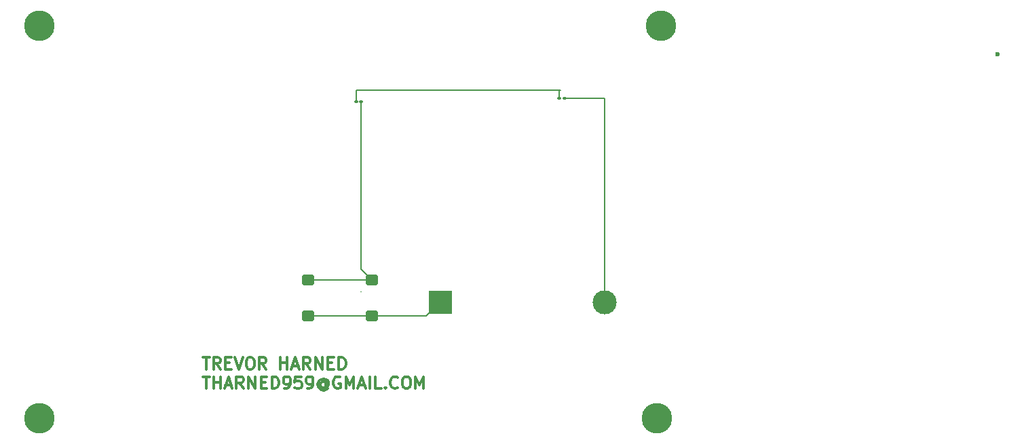
<source format=gbr>
%TF.GenerationSoftware,KiCad,Pcbnew,9.0.6*%
%TF.CreationDate,2025-12-01T19:55:50-08:00*%
%TF.ProjectId,3.4,332e342e-6b69-4636-9164-5f7063625858,rev?*%
%TF.SameCoordinates,Original*%
%TF.FileFunction,Copper,L1,Top*%
%TF.FilePolarity,Positive*%
%FSLAX46Y46*%
G04 Gerber Fmt 4.6, Leading zero omitted, Abs format (unit mm)*
G04 Created by KiCad (PCBNEW 9.0.6) date 2025-12-01 19:55:50*
%MOMM*%
%LPD*%
G01*
G04 APERTURE LIST*
G04 Aperture macros list*
%AMRoundRect*
0 Rectangle with rounded corners*
0 $1 Rounding radius*
0 $2 $3 $4 $5 $6 $7 $8 $9 X,Y pos of 4 corners*
0 Add a 4 corners polygon primitive as box body*
4,1,4,$2,$3,$4,$5,$6,$7,$8,$9,$2,$3,0*
0 Add four circle primitives for the rounded corners*
1,1,$1+$1,$2,$3*
1,1,$1+$1,$4,$5*
1,1,$1+$1,$6,$7*
1,1,$1+$1,$8,$9*
0 Add four rect primitives between the rounded corners*
20,1,$1+$1,$2,$3,$4,$5,0*
20,1,$1+$1,$4,$5,$6,$7,0*
20,1,$1+$1,$6,$7,$8,$9,0*
20,1,$1+$1,$8,$9,$2,$3,0*%
G04 Aperture macros list end*
%TA.AperFunction,NonConductor*%
%ADD10C,0.200000*%
%TD*%
%ADD11C,0.300000*%
%TA.AperFunction,NonConductor*%
%ADD12C,0.300000*%
%TD*%
%TA.AperFunction,SMDPad,CuDef*%
%ADD13RoundRect,0.250000X-0.525000X-0.400000X0.525000X-0.400000X0.525000X0.400000X-0.525000X0.400000X0*%
%TD*%
%TA.AperFunction,ComponentPad*%
%ADD14R,3.000000X3.000000*%
%TD*%
%TA.AperFunction,ComponentPad*%
%ADD15C,3.000000*%
%TD*%
%TA.AperFunction,ComponentPad*%
%ADD16C,3.800000*%
%TD*%
%TA.AperFunction,SMDPad,CuDef*%
%ADD17RoundRect,0.100000X-0.130000X-0.100000X0.130000X-0.100000X0.130000X0.100000X-0.130000X0.100000X0*%
%TD*%
%TA.AperFunction,ViaPad*%
%ADD18C,0.600000*%
%TD*%
%TA.AperFunction,Conductor*%
%ADD19C,0.200000*%
%TD*%
G04 APERTURE END LIST*
D10*
X101500000Y-62500000D02*
G75*
G02*
X99500000Y-62500000I-1000000J0D01*
G01*
X99500000Y-62500000D02*
G75*
G02*
X101500000Y-62500000I1000000J0D01*
G01*
X24000000Y-62500000D02*
G75*
G02*
X22000000Y-62500000I-1000000J0D01*
G01*
X22000000Y-62500000D02*
G75*
G02*
X24000000Y-62500000I1000000J0D01*
G01*
X24000000Y-111500000D02*
G75*
G02*
X22000000Y-111500000I-1000000J0D01*
G01*
X22000000Y-111500000D02*
G75*
G02*
X24000000Y-111500000I1000000J0D01*
G01*
X101000000Y-111500000D02*
G75*
G02*
X99000000Y-111500000I-1000000J0D01*
G01*
X99000000Y-111500000D02*
G75*
G02*
X101000000Y-111500000I1000000J0D01*
G01*
D11*
D12*
X43340225Y-103885912D02*
X44197368Y-103885912D01*
X43768796Y-105385912D02*
X43768796Y-103885912D01*
X45554510Y-105385912D02*
X45054510Y-104671626D01*
X44697367Y-105385912D02*
X44697367Y-103885912D01*
X44697367Y-103885912D02*
X45268796Y-103885912D01*
X45268796Y-103885912D02*
X45411653Y-103957341D01*
X45411653Y-103957341D02*
X45483082Y-104028769D01*
X45483082Y-104028769D02*
X45554510Y-104171626D01*
X45554510Y-104171626D02*
X45554510Y-104385912D01*
X45554510Y-104385912D02*
X45483082Y-104528769D01*
X45483082Y-104528769D02*
X45411653Y-104600198D01*
X45411653Y-104600198D02*
X45268796Y-104671626D01*
X45268796Y-104671626D02*
X44697367Y-104671626D01*
X46197367Y-104600198D02*
X46697367Y-104600198D01*
X46911653Y-105385912D02*
X46197367Y-105385912D01*
X46197367Y-105385912D02*
X46197367Y-103885912D01*
X46197367Y-103885912D02*
X46911653Y-103885912D01*
X47340225Y-103885912D02*
X47840225Y-105385912D01*
X47840225Y-105385912D02*
X48340225Y-103885912D01*
X49125939Y-103885912D02*
X49411653Y-103885912D01*
X49411653Y-103885912D02*
X49554510Y-103957341D01*
X49554510Y-103957341D02*
X49697367Y-104100198D01*
X49697367Y-104100198D02*
X49768796Y-104385912D01*
X49768796Y-104385912D02*
X49768796Y-104885912D01*
X49768796Y-104885912D02*
X49697367Y-105171626D01*
X49697367Y-105171626D02*
X49554510Y-105314484D01*
X49554510Y-105314484D02*
X49411653Y-105385912D01*
X49411653Y-105385912D02*
X49125939Y-105385912D01*
X49125939Y-105385912D02*
X48983082Y-105314484D01*
X48983082Y-105314484D02*
X48840224Y-105171626D01*
X48840224Y-105171626D02*
X48768796Y-104885912D01*
X48768796Y-104885912D02*
X48768796Y-104385912D01*
X48768796Y-104385912D02*
X48840224Y-104100198D01*
X48840224Y-104100198D02*
X48983082Y-103957341D01*
X48983082Y-103957341D02*
X49125939Y-103885912D01*
X51268796Y-105385912D02*
X50768796Y-104671626D01*
X50411653Y-105385912D02*
X50411653Y-103885912D01*
X50411653Y-103885912D02*
X50983082Y-103885912D01*
X50983082Y-103885912D02*
X51125939Y-103957341D01*
X51125939Y-103957341D02*
X51197368Y-104028769D01*
X51197368Y-104028769D02*
X51268796Y-104171626D01*
X51268796Y-104171626D02*
X51268796Y-104385912D01*
X51268796Y-104385912D02*
X51197368Y-104528769D01*
X51197368Y-104528769D02*
X51125939Y-104600198D01*
X51125939Y-104600198D02*
X50983082Y-104671626D01*
X50983082Y-104671626D02*
X50411653Y-104671626D01*
X53054510Y-105385912D02*
X53054510Y-103885912D01*
X53054510Y-104600198D02*
X53911653Y-104600198D01*
X53911653Y-105385912D02*
X53911653Y-103885912D01*
X54554511Y-104957341D02*
X55268797Y-104957341D01*
X54411654Y-105385912D02*
X54911654Y-103885912D01*
X54911654Y-103885912D02*
X55411654Y-105385912D01*
X56768796Y-105385912D02*
X56268796Y-104671626D01*
X55911653Y-105385912D02*
X55911653Y-103885912D01*
X55911653Y-103885912D02*
X56483082Y-103885912D01*
X56483082Y-103885912D02*
X56625939Y-103957341D01*
X56625939Y-103957341D02*
X56697368Y-104028769D01*
X56697368Y-104028769D02*
X56768796Y-104171626D01*
X56768796Y-104171626D02*
X56768796Y-104385912D01*
X56768796Y-104385912D02*
X56697368Y-104528769D01*
X56697368Y-104528769D02*
X56625939Y-104600198D01*
X56625939Y-104600198D02*
X56483082Y-104671626D01*
X56483082Y-104671626D02*
X55911653Y-104671626D01*
X57411653Y-105385912D02*
X57411653Y-103885912D01*
X57411653Y-103885912D02*
X58268796Y-105385912D01*
X58268796Y-105385912D02*
X58268796Y-103885912D01*
X58983082Y-104600198D02*
X59483082Y-104600198D01*
X59697368Y-105385912D02*
X58983082Y-105385912D01*
X58983082Y-105385912D02*
X58983082Y-103885912D01*
X58983082Y-103885912D02*
X59697368Y-103885912D01*
X60340225Y-105385912D02*
X60340225Y-103885912D01*
X60340225Y-103885912D02*
X60697368Y-103885912D01*
X60697368Y-103885912D02*
X60911654Y-103957341D01*
X60911654Y-103957341D02*
X61054511Y-104100198D01*
X61054511Y-104100198D02*
X61125940Y-104243055D01*
X61125940Y-104243055D02*
X61197368Y-104528769D01*
X61197368Y-104528769D02*
X61197368Y-104743055D01*
X61197368Y-104743055D02*
X61125940Y-105028769D01*
X61125940Y-105028769D02*
X61054511Y-105171626D01*
X61054511Y-105171626D02*
X60911654Y-105314484D01*
X60911654Y-105314484D02*
X60697368Y-105385912D01*
X60697368Y-105385912D02*
X60340225Y-105385912D01*
X43340225Y-106300828D02*
X44197368Y-106300828D01*
X43768796Y-107800828D02*
X43768796Y-106300828D01*
X44697367Y-107800828D02*
X44697367Y-106300828D01*
X44697367Y-107015114D02*
X45554510Y-107015114D01*
X45554510Y-107800828D02*
X45554510Y-106300828D01*
X46197368Y-107372257D02*
X46911654Y-107372257D01*
X46054511Y-107800828D02*
X46554511Y-106300828D01*
X46554511Y-106300828D02*
X47054511Y-107800828D01*
X48411653Y-107800828D02*
X47911653Y-107086542D01*
X47554510Y-107800828D02*
X47554510Y-106300828D01*
X47554510Y-106300828D02*
X48125939Y-106300828D01*
X48125939Y-106300828D02*
X48268796Y-106372257D01*
X48268796Y-106372257D02*
X48340225Y-106443685D01*
X48340225Y-106443685D02*
X48411653Y-106586542D01*
X48411653Y-106586542D02*
X48411653Y-106800828D01*
X48411653Y-106800828D02*
X48340225Y-106943685D01*
X48340225Y-106943685D02*
X48268796Y-107015114D01*
X48268796Y-107015114D02*
X48125939Y-107086542D01*
X48125939Y-107086542D02*
X47554510Y-107086542D01*
X49054510Y-107800828D02*
X49054510Y-106300828D01*
X49054510Y-106300828D02*
X49911653Y-107800828D01*
X49911653Y-107800828D02*
X49911653Y-106300828D01*
X50625939Y-107015114D02*
X51125939Y-107015114D01*
X51340225Y-107800828D02*
X50625939Y-107800828D01*
X50625939Y-107800828D02*
X50625939Y-106300828D01*
X50625939Y-106300828D02*
X51340225Y-106300828D01*
X51983082Y-107800828D02*
X51983082Y-106300828D01*
X51983082Y-106300828D02*
X52340225Y-106300828D01*
X52340225Y-106300828D02*
X52554511Y-106372257D01*
X52554511Y-106372257D02*
X52697368Y-106515114D01*
X52697368Y-106515114D02*
X52768797Y-106657971D01*
X52768797Y-106657971D02*
X52840225Y-106943685D01*
X52840225Y-106943685D02*
X52840225Y-107157971D01*
X52840225Y-107157971D02*
X52768797Y-107443685D01*
X52768797Y-107443685D02*
X52697368Y-107586542D01*
X52697368Y-107586542D02*
X52554511Y-107729400D01*
X52554511Y-107729400D02*
X52340225Y-107800828D01*
X52340225Y-107800828D02*
X51983082Y-107800828D01*
X53554511Y-107800828D02*
X53840225Y-107800828D01*
X53840225Y-107800828D02*
X53983082Y-107729400D01*
X53983082Y-107729400D02*
X54054511Y-107657971D01*
X54054511Y-107657971D02*
X54197368Y-107443685D01*
X54197368Y-107443685D02*
X54268797Y-107157971D01*
X54268797Y-107157971D02*
X54268797Y-106586542D01*
X54268797Y-106586542D02*
X54197368Y-106443685D01*
X54197368Y-106443685D02*
X54125940Y-106372257D01*
X54125940Y-106372257D02*
X53983082Y-106300828D01*
X53983082Y-106300828D02*
X53697368Y-106300828D01*
X53697368Y-106300828D02*
X53554511Y-106372257D01*
X53554511Y-106372257D02*
X53483082Y-106443685D01*
X53483082Y-106443685D02*
X53411654Y-106586542D01*
X53411654Y-106586542D02*
X53411654Y-106943685D01*
X53411654Y-106943685D02*
X53483082Y-107086542D01*
X53483082Y-107086542D02*
X53554511Y-107157971D01*
X53554511Y-107157971D02*
X53697368Y-107229400D01*
X53697368Y-107229400D02*
X53983082Y-107229400D01*
X53983082Y-107229400D02*
X54125940Y-107157971D01*
X54125940Y-107157971D02*
X54197368Y-107086542D01*
X54197368Y-107086542D02*
X54268797Y-106943685D01*
X55625939Y-106300828D02*
X54911653Y-106300828D01*
X54911653Y-106300828D02*
X54840225Y-107015114D01*
X54840225Y-107015114D02*
X54911653Y-106943685D01*
X54911653Y-106943685D02*
X55054511Y-106872257D01*
X55054511Y-106872257D02*
X55411653Y-106872257D01*
X55411653Y-106872257D02*
X55554511Y-106943685D01*
X55554511Y-106943685D02*
X55625939Y-107015114D01*
X55625939Y-107015114D02*
X55697368Y-107157971D01*
X55697368Y-107157971D02*
X55697368Y-107515114D01*
X55697368Y-107515114D02*
X55625939Y-107657971D01*
X55625939Y-107657971D02*
X55554511Y-107729400D01*
X55554511Y-107729400D02*
X55411653Y-107800828D01*
X55411653Y-107800828D02*
X55054511Y-107800828D01*
X55054511Y-107800828D02*
X54911653Y-107729400D01*
X54911653Y-107729400D02*
X54840225Y-107657971D01*
X56411653Y-107800828D02*
X56697367Y-107800828D01*
X56697367Y-107800828D02*
X56840224Y-107729400D01*
X56840224Y-107729400D02*
X56911653Y-107657971D01*
X56911653Y-107657971D02*
X57054510Y-107443685D01*
X57054510Y-107443685D02*
X57125939Y-107157971D01*
X57125939Y-107157971D02*
X57125939Y-106586542D01*
X57125939Y-106586542D02*
X57054510Y-106443685D01*
X57054510Y-106443685D02*
X56983082Y-106372257D01*
X56983082Y-106372257D02*
X56840224Y-106300828D01*
X56840224Y-106300828D02*
X56554510Y-106300828D01*
X56554510Y-106300828D02*
X56411653Y-106372257D01*
X56411653Y-106372257D02*
X56340224Y-106443685D01*
X56340224Y-106443685D02*
X56268796Y-106586542D01*
X56268796Y-106586542D02*
X56268796Y-106943685D01*
X56268796Y-106943685D02*
X56340224Y-107086542D01*
X56340224Y-107086542D02*
X56411653Y-107157971D01*
X56411653Y-107157971D02*
X56554510Y-107229400D01*
X56554510Y-107229400D02*
X56840224Y-107229400D01*
X56840224Y-107229400D02*
X56983082Y-107157971D01*
X56983082Y-107157971D02*
X57054510Y-107086542D01*
X57054510Y-107086542D02*
X57125939Y-106943685D01*
X58697367Y-107086542D02*
X58625938Y-107015114D01*
X58625938Y-107015114D02*
X58483081Y-106943685D01*
X58483081Y-106943685D02*
X58340224Y-106943685D01*
X58340224Y-106943685D02*
X58197367Y-107015114D01*
X58197367Y-107015114D02*
X58125938Y-107086542D01*
X58125938Y-107086542D02*
X58054510Y-107229400D01*
X58054510Y-107229400D02*
X58054510Y-107372257D01*
X58054510Y-107372257D02*
X58125938Y-107515114D01*
X58125938Y-107515114D02*
X58197367Y-107586542D01*
X58197367Y-107586542D02*
X58340224Y-107657971D01*
X58340224Y-107657971D02*
X58483081Y-107657971D01*
X58483081Y-107657971D02*
X58625938Y-107586542D01*
X58625938Y-107586542D02*
X58697367Y-107515114D01*
X58697367Y-106943685D02*
X58697367Y-107515114D01*
X58697367Y-107515114D02*
X58768795Y-107586542D01*
X58768795Y-107586542D02*
X58840224Y-107586542D01*
X58840224Y-107586542D02*
X58983081Y-107515114D01*
X58983081Y-107515114D02*
X59054510Y-107372257D01*
X59054510Y-107372257D02*
X59054510Y-107015114D01*
X59054510Y-107015114D02*
X58911653Y-106800828D01*
X58911653Y-106800828D02*
X58697367Y-106657971D01*
X58697367Y-106657971D02*
X58411653Y-106586542D01*
X58411653Y-106586542D02*
X58125938Y-106657971D01*
X58125938Y-106657971D02*
X57911653Y-106800828D01*
X57911653Y-106800828D02*
X57768795Y-107015114D01*
X57768795Y-107015114D02*
X57697367Y-107300828D01*
X57697367Y-107300828D02*
X57768795Y-107586542D01*
X57768795Y-107586542D02*
X57911653Y-107800828D01*
X57911653Y-107800828D02*
X58125938Y-107943685D01*
X58125938Y-107943685D02*
X58411653Y-108015114D01*
X58411653Y-108015114D02*
X58697367Y-107943685D01*
X58697367Y-107943685D02*
X58911653Y-107800828D01*
X60483081Y-106372257D02*
X60340224Y-106300828D01*
X60340224Y-106300828D02*
X60125938Y-106300828D01*
X60125938Y-106300828D02*
X59911652Y-106372257D01*
X59911652Y-106372257D02*
X59768795Y-106515114D01*
X59768795Y-106515114D02*
X59697366Y-106657971D01*
X59697366Y-106657971D02*
X59625938Y-106943685D01*
X59625938Y-106943685D02*
X59625938Y-107157971D01*
X59625938Y-107157971D02*
X59697366Y-107443685D01*
X59697366Y-107443685D02*
X59768795Y-107586542D01*
X59768795Y-107586542D02*
X59911652Y-107729400D01*
X59911652Y-107729400D02*
X60125938Y-107800828D01*
X60125938Y-107800828D02*
X60268795Y-107800828D01*
X60268795Y-107800828D02*
X60483081Y-107729400D01*
X60483081Y-107729400D02*
X60554509Y-107657971D01*
X60554509Y-107657971D02*
X60554509Y-107157971D01*
X60554509Y-107157971D02*
X60268795Y-107157971D01*
X61197366Y-107800828D02*
X61197366Y-106300828D01*
X61197366Y-106300828D02*
X61697366Y-107372257D01*
X61697366Y-107372257D02*
X62197366Y-106300828D01*
X62197366Y-106300828D02*
X62197366Y-107800828D01*
X62840224Y-107372257D02*
X63554510Y-107372257D01*
X62697367Y-107800828D02*
X63197367Y-106300828D01*
X63197367Y-106300828D02*
X63697367Y-107800828D01*
X64197366Y-107800828D02*
X64197366Y-106300828D01*
X65625938Y-107800828D02*
X64911652Y-107800828D01*
X64911652Y-107800828D02*
X64911652Y-106300828D01*
X66125938Y-107657971D02*
X66197367Y-107729400D01*
X66197367Y-107729400D02*
X66125938Y-107800828D01*
X66125938Y-107800828D02*
X66054510Y-107729400D01*
X66054510Y-107729400D02*
X66125938Y-107657971D01*
X66125938Y-107657971D02*
X66125938Y-107800828D01*
X67697367Y-107657971D02*
X67625939Y-107729400D01*
X67625939Y-107729400D02*
X67411653Y-107800828D01*
X67411653Y-107800828D02*
X67268796Y-107800828D01*
X67268796Y-107800828D02*
X67054510Y-107729400D01*
X67054510Y-107729400D02*
X66911653Y-107586542D01*
X66911653Y-107586542D02*
X66840224Y-107443685D01*
X66840224Y-107443685D02*
X66768796Y-107157971D01*
X66768796Y-107157971D02*
X66768796Y-106943685D01*
X66768796Y-106943685D02*
X66840224Y-106657971D01*
X66840224Y-106657971D02*
X66911653Y-106515114D01*
X66911653Y-106515114D02*
X67054510Y-106372257D01*
X67054510Y-106372257D02*
X67268796Y-106300828D01*
X67268796Y-106300828D02*
X67411653Y-106300828D01*
X67411653Y-106300828D02*
X67625939Y-106372257D01*
X67625939Y-106372257D02*
X67697367Y-106443685D01*
X68625939Y-106300828D02*
X68911653Y-106300828D01*
X68911653Y-106300828D02*
X69054510Y-106372257D01*
X69054510Y-106372257D02*
X69197367Y-106515114D01*
X69197367Y-106515114D02*
X69268796Y-106800828D01*
X69268796Y-106800828D02*
X69268796Y-107300828D01*
X69268796Y-107300828D02*
X69197367Y-107586542D01*
X69197367Y-107586542D02*
X69054510Y-107729400D01*
X69054510Y-107729400D02*
X68911653Y-107800828D01*
X68911653Y-107800828D02*
X68625939Y-107800828D01*
X68625939Y-107800828D02*
X68483082Y-107729400D01*
X68483082Y-107729400D02*
X68340224Y-107586542D01*
X68340224Y-107586542D02*
X68268796Y-107300828D01*
X68268796Y-107300828D02*
X68268796Y-106800828D01*
X68268796Y-106800828D02*
X68340224Y-106515114D01*
X68340224Y-106515114D02*
X68483082Y-106372257D01*
X68483082Y-106372257D02*
X68625939Y-106300828D01*
X69911653Y-107800828D02*
X69911653Y-106300828D01*
X69911653Y-106300828D02*
X70411653Y-107372257D01*
X70411653Y-107372257D02*
X70911653Y-106300828D01*
X70911653Y-106300828D02*
X70911653Y-107800828D01*
D13*
%TO.P,SW1,1,A*%
%TO.N,Net-(D1-A)*%
X56520000Y-94250000D03*
X64480000Y-94250000D03*
%TO.P,SW1,2,B*%
%TO.N,Net-(BT1-+)*%
X56520000Y-98750000D03*
X64480000Y-98750000D03*
%TD*%
D14*
%TO.P,BT1,1,+*%
%TO.N,Net-(BT1-+)*%
X73010000Y-97000000D03*
D15*
%TO.P,BT1,2,-*%
%TO.N,GND*%
X93500000Y-97000000D03*
%TD*%
D16*
%TO.P,REF\u002A\u002A,1*%
%TO.N,N/C*%
X100000000Y-111500000D03*
%TD*%
%TO.P,REF\u002A\u002A,1*%
%TO.N,N/C*%
X100500000Y-62500000D03*
%TD*%
%TO.P,REF\u002A\u002A,1*%
%TO.N,N/C*%
X23000000Y-62500000D03*
%TD*%
%TO.P,REF\u002A\u002A,1*%
%TO.N,N/C*%
X23000000Y-111500000D03*
%TD*%
D17*
%TO.P,R2,1*%
%TO.N,Net-(D1-K)*%
X87860000Y-71500000D03*
%TO.P,R2,2*%
%TO.N,GND*%
X88500000Y-71500000D03*
%TD*%
%TO.P,D1,1,K*%
%TO.N,Net-(D1-K)*%
X62500000Y-72000000D03*
%TO.P,D1,2,A*%
%TO.N,Net-(D1-A)*%
X63140000Y-72000000D03*
%TD*%
D18*
%TO.N,*%
X142500000Y-66000000D03*
%TD*%
D19*
%TO.N,Net-(D1-K)*%
X87860000Y-71500000D02*
X87860000Y-70640000D01*
X88000000Y-70500000D02*
X62500000Y-70500000D01*
X87860000Y-70640000D02*
X88000000Y-70500000D01*
X62500000Y-70500000D02*
X62500000Y-72000000D01*
%TO.N,Net-(D1-A)*%
X63140000Y-95635000D02*
X63125000Y-95650000D01*
X63140000Y-92910000D02*
X64480000Y-94250000D01*
X63140000Y-72000000D02*
X63140000Y-92910000D01*
X56520000Y-94250000D02*
X64480000Y-94250000D01*
%TO.N,GND*%
X93500000Y-97000000D02*
X93500000Y-71500000D01*
X93500000Y-71500000D02*
X88500000Y-71500000D01*
%TO.N,Net-(BT1-+)*%
X64480000Y-98750000D02*
X56520000Y-98750000D01*
X64480000Y-98750000D02*
X71260000Y-98750000D01*
X71260000Y-98750000D02*
X73010000Y-97000000D01*
%TD*%
M02*

</source>
